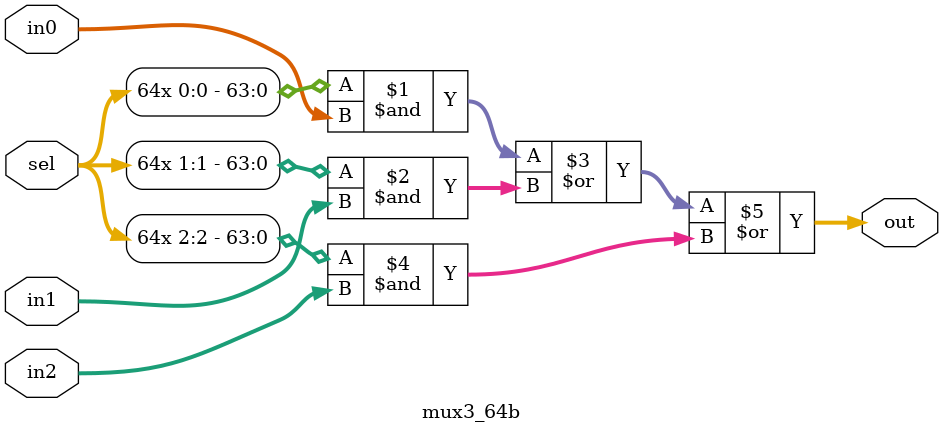
<source format=v>
module mux3_64b (
    input  [63:0] in0, in1, in2,
    input  [2:0]  sel,
    output [63:0] out
);

assign out = ({64{sel[0]}} & in0)
           | ({64{sel[1]}} & in1)
           | ({64{sel[2]}} & in2);

endmodule

</source>
